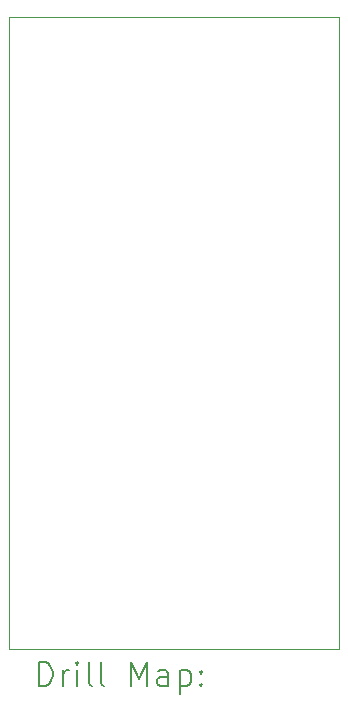
<source format=gbr>
%TF.GenerationSoftware,KiCad,Pcbnew,8.0.0*%
%TF.CreationDate,2024-03-10T12:56:01+01:00*%
%TF.ProjectId,mailboxguard_shield,6d61696c-626f-4786-9775-6172645f7368,rev?*%
%TF.SameCoordinates,Original*%
%TF.FileFunction,Drillmap*%
%TF.FilePolarity,Positive*%
%FSLAX45Y45*%
G04 Gerber Fmt 4.5, Leading zero omitted, Abs format (unit mm)*
G04 Created by KiCad (PCBNEW 8.0.0) date 2024-03-10 12:56:01*
%MOMM*%
%LPD*%
G01*
G04 APERTURE LIST*
%ADD10C,0.050000*%
%ADD11C,0.200000*%
G04 APERTURE END LIST*
D10*
X7450000Y-2900000D02*
X10250000Y-2900000D01*
X10250000Y-8250000D01*
X7450000Y-8250000D01*
X7450000Y-2900000D01*
D11*
X7708277Y-8563984D02*
X7708277Y-8363984D01*
X7708277Y-8363984D02*
X7755896Y-8363984D01*
X7755896Y-8363984D02*
X7784467Y-8373508D01*
X7784467Y-8373508D02*
X7803515Y-8392555D01*
X7803515Y-8392555D02*
X7813039Y-8411603D01*
X7813039Y-8411603D02*
X7822562Y-8449698D01*
X7822562Y-8449698D02*
X7822562Y-8478270D01*
X7822562Y-8478270D02*
X7813039Y-8516365D01*
X7813039Y-8516365D02*
X7803515Y-8535412D01*
X7803515Y-8535412D02*
X7784467Y-8554460D01*
X7784467Y-8554460D02*
X7755896Y-8563984D01*
X7755896Y-8563984D02*
X7708277Y-8563984D01*
X7908277Y-8563984D02*
X7908277Y-8430650D01*
X7908277Y-8468746D02*
X7917801Y-8449698D01*
X7917801Y-8449698D02*
X7927324Y-8440174D01*
X7927324Y-8440174D02*
X7946372Y-8430650D01*
X7946372Y-8430650D02*
X7965420Y-8430650D01*
X8032086Y-8563984D02*
X8032086Y-8430650D01*
X8032086Y-8363984D02*
X8022562Y-8373508D01*
X8022562Y-8373508D02*
X8032086Y-8383031D01*
X8032086Y-8383031D02*
X8041610Y-8373508D01*
X8041610Y-8373508D02*
X8032086Y-8363984D01*
X8032086Y-8363984D02*
X8032086Y-8383031D01*
X8155896Y-8563984D02*
X8136848Y-8554460D01*
X8136848Y-8554460D02*
X8127324Y-8535412D01*
X8127324Y-8535412D02*
X8127324Y-8363984D01*
X8260658Y-8563984D02*
X8241610Y-8554460D01*
X8241610Y-8554460D02*
X8232086Y-8535412D01*
X8232086Y-8535412D02*
X8232086Y-8363984D01*
X8489229Y-8563984D02*
X8489229Y-8363984D01*
X8489229Y-8363984D02*
X8555896Y-8506841D01*
X8555896Y-8506841D02*
X8622563Y-8363984D01*
X8622563Y-8363984D02*
X8622563Y-8563984D01*
X8803515Y-8563984D02*
X8803515Y-8459222D01*
X8803515Y-8459222D02*
X8793991Y-8440174D01*
X8793991Y-8440174D02*
X8774944Y-8430650D01*
X8774944Y-8430650D02*
X8736848Y-8430650D01*
X8736848Y-8430650D02*
X8717801Y-8440174D01*
X8803515Y-8554460D02*
X8784467Y-8563984D01*
X8784467Y-8563984D02*
X8736848Y-8563984D01*
X8736848Y-8563984D02*
X8717801Y-8554460D01*
X8717801Y-8554460D02*
X8708277Y-8535412D01*
X8708277Y-8535412D02*
X8708277Y-8516365D01*
X8708277Y-8516365D02*
X8717801Y-8497317D01*
X8717801Y-8497317D02*
X8736848Y-8487793D01*
X8736848Y-8487793D02*
X8784467Y-8487793D01*
X8784467Y-8487793D02*
X8803515Y-8478270D01*
X8898753Y-8430650D02*
X8898753Y-8630650D01*
X8898753Y-8440174D02*
X8917801Y-8430650D01*
X8917801Y-8430650D02*
X8955896Y-8430650D01*
X8955896Y-8430650D02*
X8974944Y-8440174D01*
X8974944Y-8440174D02*
X8984467Y-8449698D01*
X8984467Y-8449698D02*
X8993991Y-8468746D01*
X8993991Y-8468746D02*
X8993991Y-8525889D01*
X8993991Y-8525889D02*
X8984467Y-8544936D01*
X8984467Y-8544936D02*
X8974944Y-8554460D01*
X8974944Y-8554460D02*
X8955896Y-8563984D01*
X8955896Y-8563984D02*
X8917801Y-8563984D01*
X8917801Y-8563984D02*
X8898753Y-8554460D01*
X9079705Y-8544936D02*
X9089229Y-8554460D01*
X9089229Y-8554460D02*
X9079705Y-8563984D01*
X9079705Y-8563984D02*
X9070182Y-8554460D01*
X9070182Y-8554460D02*
X9079705Y-8544936D01*
X9079705Y-8544936D02*
X9079705Y-8563984D01*
X9079705Y-8440174D02*
X9089229Y-8449698D01*
X9089229Y-8449698D02*
X9079705Y-8459222D01*
X9079705Y-8459222D02*
X9070182Y-8449698D01*
X9070182Y-8449698D02*
X9079705Y-8440174D01*
X9079705Y-8440174D02*
X9079705Y-8459222D01*
M02*

</source>
